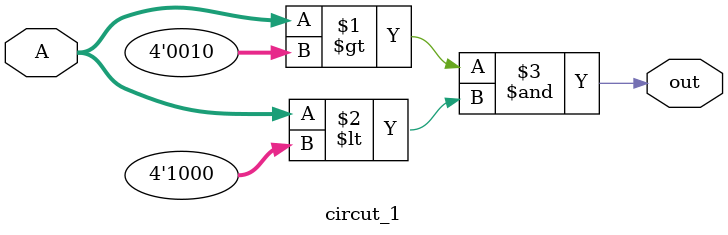
<source format=v>
module circut_1 (input [3:0] A, output out);

assign out = (A > 4'b0010) & (A < 4'b1000);

endmodule
</source>
